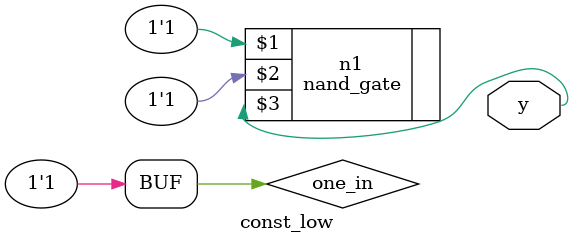
<source format=v>
`timescale 1ns / 1ps

module const_low (
  output wire y
);
  wire one_in;
  assign one_in = 1'b1;

  nand_gate n1 (one_in, one_in, y);
endmodule

</source>
